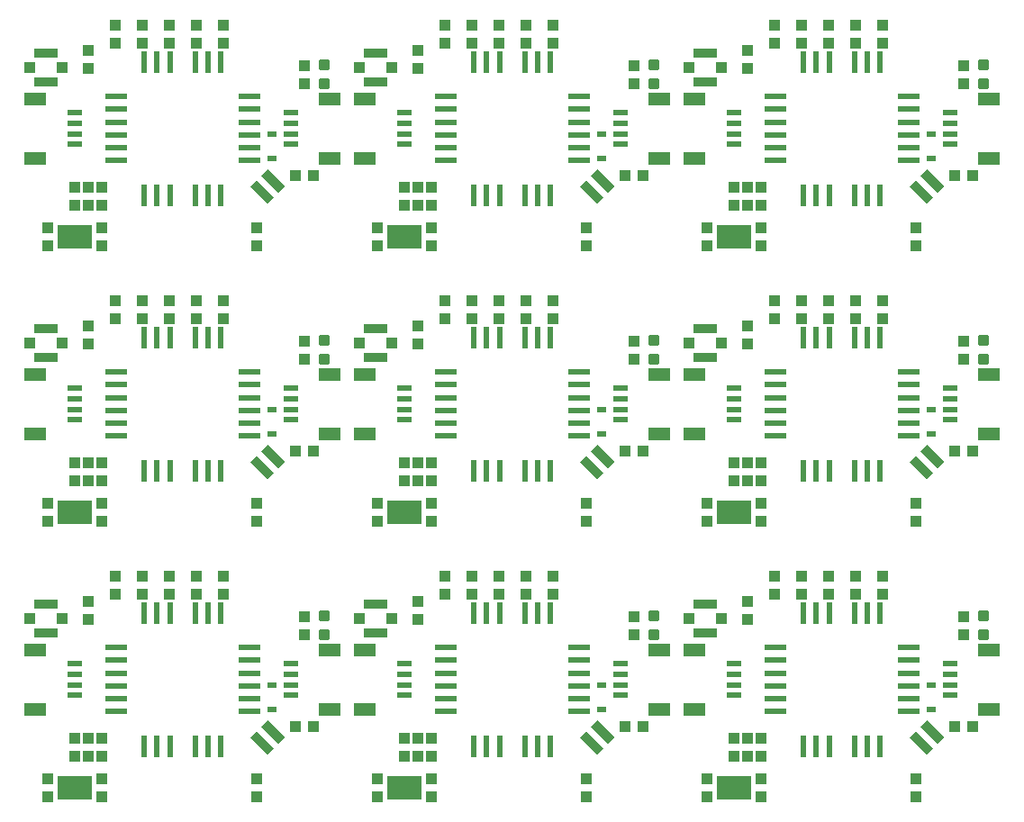
<source format=gtp>
G75*
%MOIN*%
%OFA0B0*%
%FSLAX25Y25*%
%IPPOS*%
%LPD*%
%AMOC8*
5,1,8,0,0,1.08239X$1,22.5*
%
%ADD10R,0.07874X0.04724*%
%ADD11R,0.05315X0.02362*%
%ADD12R,0.03937X0.04331*%
%ADD13R,0.08858X0.03346*%
%ADD14R,0.07874X0.02362*%
%ADD15R,0.02362X0.07874*%
%ADD16R,0.13000X0.08800*%
%ADD17C,0.01181*%
%ADD18R,0.03268X0.02480*%
%ADD19R,0.04331X0.03937*%
%ADD20R,0.08661X0.03346*%
%ADD21R,0.04134X0.03937*%
D10*
X0050031Y0100810D03*
X0050031Y0122857D03*
X0050031Y0202810D03*
X0050031Y0224857D03*
X0050031Y0304810D03*
X0050031Y0326857D03*
X0158969Y0326857D03*
X0172031Y0326857D03*
X0172031Y0304810D03*
X0158969Y0304810D03*
X0158969Y0224857D03*
X0172031Y0224857D03*
X0172031Y0202810D03*
X0158969Y0202810D03*
X0158969Y0122857D03*
X0172031Y0122857D03*
X0172031Y0100810D03*
X0158969Y0100810D03*
X0280969Y0100810D03*
X0294031Y0100810D03*
X0294031Y0122857D03*
X0280969Y0122857D03*
X0280969Y0202810D03*
X0294031Y0202810D03*
X0294031Y0224857D03*
X0280969Y0224857D03*
X0280969Y0304810D03*
X0294031Y0304810D03*
X0294031Y0326857D03*
X0280969Y0326857D03*
X0402969Y0326857D03*
X0402969Y0304810D03*
X0402969Y0224857D03*
X0402969Y0202810D03*
X0402969Y0122857D03*
X0402969Y0100810D03*
D11*
X0388500Y0105928D03*
X0388500Y0109865D03*
X0388500Y0113802D03*
X0388500Y0117739D03*
X0308500Y0117739D03*
X0308500Y0113802D03*
X0308500Y0109865D03*
X0308500Y0105928D03*
X0266500Y0105928D03*
X0266500Y0109865D03*
X0266500Y0113802D03*
X0266500Y0117739D03*
X0186500Y0117739D03*
X0186500Y0113802D03*
X0186500Y0109865D03*
X0186500Y0105928D03*
X0144500Y0105928D03*
X0144500Y0109865D03*
X0144500Y0113802D03*
X0144500Y0117739D03*
X0064500Y0117739D03*
X0064500Y0113802D03*
X0064500Y0109865D03*
X0064500Y0105928D03*
X0064500Y0207928D03*
X0064500Y0211865D03*
X0064500Y0215802D03*
X0064500Y0219739D03*
X0144500Y0219739D03*
X0144500Y0215802D03*
X0144500Y0211865D03*
X0144500Y0207928D03*
X0186500Y0207928D03*
X0186500Y0211865D03*
X0186500Y0215802D03*
X0186500Y0219739D03*
X0266500Y0219739D03*
X0266500Y0215802D03*
X0266500Y0211865D03*
X0266500Y0207928D03*
X0308500Y0207928D03*
X0308500Y0211865D03*
X0308500Y0215802D03*
X0308500Y0219739D03*
X0388500Y0219739D03*
X0388500Y0215802D03*
X0388500Y0211865D03*
X0388500Y0207928D03*
X0388500Y0309928D03*
X0388500Y0313865D03*
X0388500Y0317802D03*
X0388500Y0321739D03*
X0308500Y0321739D03*
X0308500Y0317802D03*
X0308500Y0313865D03*
X0308500Y0309928D03*
X0266500Y0309928D03*
X0266500Y0313865D03*
X0266500Y0317802D03*
X0266500Y0321739D03*
X0186500Y0321739D03*
X0186500Y0317802D03*
X0186500Y0313865D03*
X0186500Y0309928D03*
X0144500Y0309928D03*
X0144500Y0313865D03*
X0144500Y0317802D03*
X0144500Y0321739D03*
X0064500Y0321739D03*
X0064500Y0317802D03*
X0064500Y0313865D03*
X0064500Y0309928D03*
D12*
X0054500Y0068487D03*
X0054500Y0075180D03*
X0064500Y0083487D03*
X0069500Y0083487D03*
X0074500Y0083487D03*
X0074500Y0090180D03*
X0069500Y0090180D03*
X0064500Y0090180D03*
X0074500Y0075180D03*
X0074500Y0068487D03*
X0132000Y0068487D03*
X0132000Y0075180D03*
X0176500Y0075180D03*
X0176500Y0068487D03*
X0186500Y0083487D03*
X0191500Y0083487D03*
X0196500Y0083487D03*
X0196500Y0090180D03*
X0191500Y0090180D03*
X0186500Y0090180D03*
X0196500Y0075180D03*
X0196500Y0068487D03*
X0254000Y0068487D03*
X0254000Y0075180D03*
X0298500Y0075180D03*
X0298500Y0068487D03*
X0308500Y0083487D03*
X0313500Y0083487D03*
X0318500Y0083487D03*
X0318500Y0090180D03*
X0313500Y0090180D03*
X0308500Y0090180D03*
X0318500Y0075180D03*
X0318500Y0068487D03*
X0376000Y0068487D03*
X0376000Y0075180D03*
X0393500Y0128487D03*
X0393500Y0135180D03*
X0363500Y0143487D03*
X0363500Y0150180D03*
X0353500Y0150180D03*
X0353500Y0143487D03*
X0343500Y0143487D03*
X0343500Y0150180D03*
X0333500Y0150180D03*
X0333500Y0143487D03*
X0323500Y0143487D03*
X0323500Y0150180D03*
X0313500Y0140680D03*
X0313500Y0133987D03*
X0271500Y0135180D03*
X0271500Y0128487D03*
X0241500Y0143487D03*
X0241500Y0150180D03*
X0231500Y0150180D03*
X0231500Y0143487D03*
X0221500Y0143487D03*
X0221500Y0150180D03*
X0211500Y0150180D03*
X0211500Y0143487D03*
X0201500Y0143487D03*
X0201500Y0150180D03*
X0191500Y0140680D03*
X0191500Y0133987D03*
X0149500Y0135180D03*
X0149500Y0128487D03*
X0119500Y0143487D03*
X0119500Y0150180D03*
X0109500Y0150180D03*
X0109500Y0143487D03*
X0099500Y0143487D03*
X0099500Y0150180D03*
X0089500Y0150180D03*
X0089500Y0143487D03*
X0079500Y0143487D03*
X0079500Y0150180D03*
X0069500Y0140680D03*
X0069500Y0133987D03*
X0074500Y0170487D03*
X0074500Y0177180D03*
X0074500Y0185487D03*
X0069500Y0185487D03*
X0064500Y0185487D03*
X0064500Y0192180D03*
X0069500Y0192180D03*
X0074500Y0192180D03*
X0054500Y0177180D03*
X0054500Y0170487D03*
X0132000Y0170487D03*
X0132000Y0177180D03*
X0176500Y0177180D03*
X0176500Y0170487D03*
X0186500Y0185487D03*
X0191500Y0185487D03*
X0196500Y0185487D03*
X0196500Y0192180D03*
X0191500Y0192180D03*
X0186500Y0192180D03*
X0196500Y0177180D03*
X0196500Y0170487D03*
X0254000Y0170487D03*
X0254000Y0177180D03*
X0298500Y0177180D03*
X0298500Y0170487D03*
X0308500Y0185487D03*
X0313500Y0185487D03*
X0318500Y0185487D03*
X0318500Y0192180D03*
X0313500Y0192180D03*
X0308500Y0192180D03*
X0318500Y0177180D03*
X0318500Y0170487D03*
X0376000Y0170487D03*
X0376000Y0177180D03*
X0393500Y0230487D03*
X0393500Y0237180D03*
X0363500Y0245487D03*
X0363500Y0252180D03*
X0353500Y0252180D03*
X0353500Y0245487D03*
X0343500Y0245487D03*
X0343500Y0252180D03*
X0333500Y0252180D03*
X0333500Y0245487D03*
X0323500Y0245487D03*
X0323500Y0252180D03*
X0313500Y0242680D03*
X0313500Y0235987D03*
X0271500Y0237180D03*
X0271500Y0230487D03*
X0241500Y0245487D03*
X0241500Y0252180D03*
X0231500Y0252180D03*
X0231500Y0245487D03*
X0221500Y0245487D03*
X0221500Y0252180D03*
X0211500Y0252180D03*
X0211500Y0245487D03*
X0201500Y0245487D03*
X0201500Y0252180D03*
X0191500Y0242680D03*
X0191500Y0235987D03*
X0149500Y0237180D03*
X0149500Y0230487D03*
X0119500Y0245487D03*
X0119500Y0252180D03*
X0109500Y0252180D03*
X0109500Y0245487D03*
X0099500Y0245487D03*
X0099500Y0252180D03*
X0089500Y0252180D03*
X0089500Y0245487D03*
X0079500Y0245487D03*
X0079500Y0252180D03*
X0069500Y0242680D03*
X0069500Y0235987D03*
X0074500Y0272487D03*
X0074500Y0279180D03*
X0074500Y0287487D03*
X0069500Y0287487D03*
X0064500Y0287487D03*
X0064500Y0294180D03*
X0069500Y0294180D03*
X0074500Y0294180D03*
X0054500Y0279180D03*
X0054500Y0272487D03*
X0132000Y0272487D03*
X0132000Y0279180D03*
X0176500Y0279180D03*
X0176500Y0272487D03*
X0186500Y0287487D03*
X0191500Y0287487D03*
X0196500Y0287487D03*
X0196500Y0294180D03*
X0191500Y0294180D03*
X0186500Y0294180D03*
X0196500Y0279180D03*
X0196500Y0272487D03*
X0254000Y0272487D03*
X0254000Y0279180D03*
X0298500Y0279180D03*
X0298500Y0272487D03*
X0308500Y0287487D03*
X0313500Y0287487D03*
X0318500Y0287487D03*
X0318500Y0294180D03*
X0313500Y0294180D03*
X0308500Y0294180D03*
X0318500Y0279180D03*
X0318500Y0272487D03*
X0376000Y0272487D03*
X0376000Y0279180D03*
X0393500Y0332487D03*
X0393500Y0339180D03*
X0363500Y0347487D03*
X0363500Y0354180D03*
X0353500Y0354180D03*
X0353500Y0347487D03*
X0343500Y0347487D03*
X0343500Y0354180D03*
X0333500Y0354180D03*
X0333500Y0347487D03*
X0323500Y0347487D03*
X0323500Y0354180D03*
X0313500Y0344680D03*
X0313500Y0337987D03*
X0271500Y0339180D03*
X0271500Y0332487D03*
X0241500Y0347487D03*
X0241500Y0354180D03*
X0231500Y0354180D03*
X0231500Y0347487D03*
X0221500Y0347487D03*
X0221500Y0354180D03*
X0211500Y0354180D03*
X0211500Y0347487D03*
X0201500Y0347487D03*
X0201500Y0354180D03*
X0191500Y0344680D03*
X0191500Y0337987D03*
X0149500Y0339180D03*
X0149500Y0332487D03*
X0119500Y0347487D03*
X0119500Y0354180D03*
X0109500Y0354180D03*
X0109500Y0347487D03*
X0099500Y0347487D03*
X0099500Y0354180D03*
X0089500Y0354180D03*
X0089500Y0347487D03*
X0079500Y0347487D03*
X0079500Y0354180D03*
X0069500Y0344680D03*
X0069500Y0337987D03*
D13*
G36*
X0135803Y0287989D02*
X0129541Y0294251D01*
X0131907Y0296617D01*
X0138169Y0290355D01*
X0135803Y0287989D01*
G37*
G36*
X0139978Y0292165D02*
X0133716Y0298427D01*
X0136082Y0300793D01*
X0142344Y0294531D01*
X0139978Y0292165D01*
G37*
G36*
X0257803Y0287989D02*
X0251541Y0294251D01*
X0253907Y0296617D01*
X0260169Y0290355D01*
X0257803Y0287989D01*
G37*
G36*
X0261978Y0292165D02*
X0255716Y0298427D01*
X0258082Y0300793D01*
X0264344Y0294531D01*
X0261978Y0292165D01*
G37*
G36*
X0379803Y0287989D02*
X0373541Y0294251D01*
X0375907Y0296617D01*
X0382169Y0290355D01*
X0379803Y0287989D01*
G37*
G36*
X0383978Y0292165D02*
X0377716Y0298427D01*
X0380082Y0300793D01*
X0386344Y0294531D01*
X0383978Y0292165D01*
G37*
G36*
X0383978Y0190165D02*
X0377716Y0196427D01*
X0380082Y0198793D01*
X0386344Y0192531D01*
X0383978Y0190165D01*
G37*
G36*
X0379803Y0185989D02*
X0373541Y0192251D01*
X0375907Y0194617D01*
X0382169Y0188355D01*
X0379803Y0185989D01*
G37*
G36*
X0383978Y0088165D02*
X0377716Y0094427D01*
X0380082Y0096793D01*
X0386344Y0090531D01*
X0383978Y0088165D01*
G37*
G36*
X0379803Y0083989D02*
X0373541Y0090251D01*
X0375907Y0092617D01*
X0382169Y0086355D01*
X0379803Y0083989D01*
G37*
G36*
X0261978Y0088165D02*
X0255716Y0094427D01*
X0258082Y0096793D01*
X0264344Y0090531D01*
X0261978Y0088165D01*
G37*
G36*
X0257803Y0083989D02*
X0251541Y0090251D01*
X0253907Y0092617D01*
X0260169Y0086355D01*
X0257803Y0083989D01*
G37*
G36*
X0139978Y0088165D02*
X0133716Y0094427D01*
X0136082Y0096793D01*
X0142344Y0090531D01*
X0139978Y0088165D01*
G37*
G36*
X0135803Y0083989D02*
X0129541Y0090251D01*
X0131907Y0092617D01*
X0138169Y0086355D01*
X0135803Y0083989D01*
G37*
G36*
X0135803Y0185989D02*
X0129541Y0192251D01*
X0131907Y0194617D01*
X0138169Y0188355D01*
X0135803Y0185989D01*
G37*
G36*
X0139978Y0190165D02*
X0133716Y0196427D01*
X0136082Y0198793D01*
X0142344Y0192531D01*
X0139978Y0190165D01*
G37*
G36*
X0257803Y0185989D02*
X0251541Y0192251D01*
X0253907Y0194617D01*
X0260169Y0188355D01*
X0257803Y0185989D01*
G37*
G36*
X0261978Y0190165D02*
X0255716Y0196427D01*
X0258082Y0198793D01*
X0264344Y0192531D01*
X0261978Y0190165D01*
G37*
D14*
X0251106Y0202022D03*
X0251106Y0206747D03*
X0251106Y0211471D03*
X0251106Y0216196D03*
X0251106Y0220920D03*
X0251106Y0225644D03*
X0201894Y0225644D03*
X0201894Y0220920D03*
X0201894Y0216196D03*
X0201894Y0211471D03*
X0201894Y0206747D03*
X0201894Y0202022D03*
X0129106Y0202022D03*
X0129106Y0206747D03*
X0129106Y0211471D03*
X0129106Y0216196D03*
X0129106Y0220920D03*
X0129106Y0225644D03*
X0079894Y0225644D03*
X0079894Y0220920D03*
X0079894Y0216196D03*
X0079894Y0211471D03*
X0079894Y0206747D03*
X0079894Y0202022D03*
X0079894Y0123644D03*
X0079894Y0118920D03*
X0079894Y0114196D03*
X0079894Y0109471D03*
X0079894Y0104747D03*
X0079894Y0100022D03*
X0129106Y0100022D03*
X0129106Y0104747D03*
X0129106Y0109471D03*
X0129106Y0114196D03*
X0129106Y0118920D03*
X0129106Y0123644D03*
X0201894Y0123644D03*
X0201894Y0118920D03*
X0201894Y0114196D03*
X0201894Y0109471D03*
X0201894Y0104747D03*
X0201894Y0100022D03*
X0251106Y0100022D03*
X0251106Y0104747D03*
X0251106Y0109471D03*
X0251106Y0114196D03*
X0251106Y0118920D03*
X0251106Y0123644D03*
X0323894Y0123644D03*
X0323894Y0118920D03*
X0323894Y0114196D03*
X0323894Y0109471D03*
X0323894Y0104747D03*
X0323894Y0100022D03*
X0373106Y0100022D03*
X0373106Y0104747D03*
X0373106Y0109471D03*
X0373106Y0114196D03*
X0373106Y0118920D03*
X0373106Y0123644D03*
X0373106Y0202022D03*
X0373106Y0206747D03*
X0373106Y0211471D03*
X0373106Y0216196D03*
X0373106Y0220920D03*
X0373106Y0225644D03*
X0323894Y0225644D03*
X0323894Y0220920D03*
X0323894Y0216196D03*
X0323894Y0211471D03*
X0323894Y0206747D03*
X0323894Y0202022D03*
X0323894Y0304022D03*
X0323894Y0308747D03*
X0323894Y0313471D03*
X0323894Y0318196D03*
X0323894Y0322920D03*
X0323894Y0327644D03*
X0373106Y0327644D03*
X0373106Y0322920D03*
X0373106Y0318196D03*
X0373106Y0313471D03*
X0373106Y0308747D03*
X0373106Y0304022D03*
X0251106Y0304022D03*
X0251106Y0308747D03*
X0251106Y0313471D03*
X0251106Y0318196D03*
X0251106Y0322920D03*
X0251106Y0327644D03*
X0201894Y0327644D03*
X0201894Y0322920D03*
X0201894Y0318196D03*
X0201894Y0313471D03*
X0201894Y0308747D03*
X0201894Y0304022D03*
X0129106Y0304022D03*
X0129106Y0308747D03*
X0129106Y0313471D03*
X0129106Y0318196D03*
X0129106Y0322920D03*
X0129106Y0327644D03*
X0079894Y0327644D03*
X0079894Y0322920D03*
X0079894Y0318196D03*
X0079894Y0313471D03*
X0079894Y0308747D03*
X0079894Y0304022D03*
D15*
X0090327Y0291227D03*
X0095051Y0291227D03*
X0099776Y0291227D03*
X0109224Y0291227D03*
X0113949Y0291227D03*
X0118673Y0291227D03*
X0118673Y0340440D03*
X0113949Y0340440D03*
X0109224Y0340440D03*
X0099776Y0340440D03*
X0095051Y0340440D03*
X0090327Y0340440D03*
X0212327Y0340440D03*
X0217051Y0340440D03*
X0221776Y0340440D03*
X0231224Y0340440D03*
X0235949Y0340440D03*
X0240673Y0340440D03*
X0240673Y0291227D03*
X0235949Y0291227D03*
X0231224Y0291227D03*
X0221776Y0291227D03*
X0217051Y0291227D03*
X0212327Y0291227D03*
X0212327Y0238440D03*
X0217051Y0238440D03*
X0221776Y0238440D03*
X0231224Y0238440D03*
X0235949Y0238440D03*
X0240673Y0238440D03*
X0240673Y0189227D03*
X0235949Y0189227D03*
X0231224Y0189227D03*
X0221776Y0189227D03*
X0217051Y0189227D03*
X0212327Y0189227D03*
X0212327Y0136440D03*
X0217051Y0136440D03*
X0221776Y0136440D03*
X0231224Y0136440D03*
X0235949Y0136440D03*
X0240673Y0136440D03*
X0240673Y0087227D03*
X0235949Y0087227D03*
X0231224Y0087227D03*
X0221776Y0087227D03*
X0217051Y0087227D03*
X0212327Y0087227D03*
X0118673Y0087227D03*
X0113949Y0087227D03*
X0109224Y0087227D03*
X0099776Y0087227D03*
X0095051Y0087227D03*
X0090327Y0087227D03*
X0090327Y0136440D03*
X0095051Y0136440D03*
X0099776Y0136440D03*
X0109224Y0136440D03*
X0113949Y0136440D03*
X0118673Y0136440D03*
X0118673Y0189227D03*
X0113949Y0189227D03*
X0109224Y0189227D03*
X0099776Y0189227D03*
X0095051Y0189227D03*
X0090327Y0189227D03*
X0090327Y0238440D03*
X0095051Y0238440D03*
X0099776Y0238440D03*
X0109224Y0238440D03*
X0113949Y0238440D03*
X0118673Y0238440D03*
X0334327Y0238440D03*
X0339051Y0238440D03*
X0343776Y0238440D03*
X0353224Y0238440D03*
X0357949Y0238440D03*
X0362673Y0238440D03*
X0362673Y0189227D03*
X0357949Y0189227D03*
X0353224Y0189227D03*
X0343776Y0189227D03*
X0339051Y0189227D03*
X0334327Y0189227D03*
X0334327Y0136440D03*
X0339051Y0136440D03*
X0343776Y0136440D03*
X0353224Y0136440D03*
X0357949Y0136440D03*
X0362673Y0136440D03*
X0362673Y0087227D03*
X0357949Y0087227D03*
X0353224Y0087227D03*
X0343776Y0087227D03*
X0339051Y0087227D03*
X0334327Y0087227D03*
X0334327Y0291227D03*
X0339051Y0291227D03*
X0343776Y0291227D03*
X0353224Y0291227D03*
X0357949Y0291227D03*
X0362673Y0291227D03*
X0362673Y0340440D03*
X0357949Y0340440D03*
X0353224Y0340440D03*
X0343776Y0340440D03*
X0339051Y0340440D03*
X0334327Y0340440D03*
D16*
X0308500Y0275833D03*
X0186500Y0275833D03*
X0064500Y0275833D03*
X0064500Y0173833D03*
X0186500Y0173833D03*
X0308500Y0173833D03*
X0308500Y0071833D03*
X0186500Y0071833D03*
X0064500Y0071833D03*
D17*
X0155622Y0127003D02*
X0158378Y0127003D01*
X0155622Y0127003D02*
X0155622Y0129759D01*
X0158378Y0129759D01*
X0158378Y0127003D01*
X0158378Y0128183D02*
X0155622Y0128183D01*
X0155622Y0129363D02*
X0158378Y0129363D01*
X0158378Y0133908D02*
X0155622Y0133908D01*
X0155622Y0136664D01*
X0158378Y0136664D01*
X0158378Y0133908D01*
X0158378Y0135088D02*
X0155622Y0135088D01*
X0155622Y0136268D02*
X0158378Y0136268D01*
X0158378Y0229003D02*
X0155622Y0229003D01*
X0155622Y0231759D01*
X0158378Y0231759D01*
X0158378Y0229003D01*
X0158378Y0230183D02*
X0155622Y0230183D01*
X0155622Y0231363D02*
X0158378Y0231363D01*
X0158378Y0235908D02*
X0155622Y0235908D01*
X0155622Y0238664D01*
X0158378Y0238664D01*
X0158378Y0235908D01*
X0158378Y0237088D02*
X0155622Y0237088D01*
X0155622Y0238268D02*
X0158378Y0238268D01*
X0158378Y0331003D02*
X0155622Y0331003D01*
X0155622Y0333759D01*
X0158378Y0333759D01*
X0158378Y0331003D01*
X0158378Y0332183D02*
X0155622Y0332183D01*
X0155622Y0333363D02*
X0158378Y0333363D01*
X0158378Y0337908D02*
X0155622Y0337908D01*
X0155622Y0340664D01*
X0158378Y0340664D01*
X0158378Y0337908D01*
X0158378Y0339088D02*
X0155622Y0339088D01*
X0155622Y0340268D02*
X0158378Y0340268D01*
X0277622Y0337908D02*
X0280378Y0337908D01*
X0277622Y0337908D02*
X0277622Y0340664D01*
X0280378Y0340664D01*
X0280378Y0337908D01*
X0280378Y0339088D02*
X0277622Y0339088D01*
X0277622Y0340268D02*
X0280378Y0340268D01*
X0280378Y0331003D02*
X0277622Y0331003D01*
X0277622Y0333759D01*
X0280378Y0333759D01*
X0280378Y0331003D01*
X0280378Y0332183D02*
X0277622Y0332183D01*
X0277622Y0333363D02*
X0280378Y0333363D01*
X0280378Y0235908D02*
X0277622Y0235908D01*
X0277622Y0238664D01*
X0280378Y0238664D01*
X0280378Y0235908D01*
X0280378Y0237088D02*
X0277622Y0237088D01*
X0277622Y0238268D02*
X0280378Y0238268D01*
X0280378Y0229003D02*
X0277622Y0229003D01*
X0277622Y0231759D01*
X0280378Y0231759D01*
X0280378Y0229003D01*
X0280378Y0230183D02*
X0277622Y0230183D01*
X0277622Y0231363D02*
X0280378Y0231363D01*
X0280378Y0133908D02*
X0277622Y0133908D01*
X0277622Y0136664D01*
X0280378Y0136664D01*
X0280378Y0133908D01*
X0280378Y0135088D02*
X0277622Y0135088D01*
X0277622Y0136268D02*
X0280378Y0136268D01*
X0280378Y0127003D02*
X0277622Y0127003D01*
X0277622Y0129759D01*
X0280378Y0129759D01*
X0280378Y0127003D01*
X0280378Y0128183D02*
X0277622Y0128183D01*
X0277622Y0129363D02*
X0280378Y0129363D01*
X0399622Y0127003D02*
X0402378Y0127003D01*
X0399622Y0127003D02*
X0399622Y0129759D01*
X0402378Y0129759D01*
X0402378Y0127003D01*
X0402378Y0128183D02*
X0399622Y0128183D01*
X0399622Y0129363D02*
X0402378Y0129363D01*
X0402378Y0133908D02*
X0399622Y0133908D01*
X0399622Y0136664D01*
X0402378Y0136664D01*
X0402378Y0133908D01*
X0402378Y0135088D02*
X0399622Y0135088D01*
X0399622Y0136268D02*
X0402378Y0136268D01*
X0402378Y0229003D02*
X0399622Y0229003D01*
X0399622Y0231759D01*
X0402378Y0231759D01*
X0402378Y0229003D01*
X0402378Y0230183D02*
X0399622Y0230183D01*
X0399622Y0231363D02*
X0402378Y0231363D01*
X0402378Y0235908D02*
X0399622Y0235908D01*
X0399622Y0238664D01*
X0402378Y0238664D01*
X0402378Y0235908D01*
X0402378Y0237088D02*
X0399622Y0237088D01*
X0399622Y0238268D02*
X0402378Y0238268D01*
X0402378Y0331003D02*
X0399622Y0331003D01*
X0399622Y0333759D01*
X0402378Y0333759D01*
X0402378Y0331003D01*
X0402378Y0332183D02*
X0399622Y0332183D01*
X0399622Y0333363D02*
X0402378Y0333363D01*
X0402378Y0337908D02*
X0399622Y0337908D01*
X0399622Y0340664D01*
X0402378Y0340664D01*
X0402378Y0337908D01*
X0402378Y0339088D02*
X0399622Y0339088D01*
X0399622Y0340268D02*
X0402378Y0340268D01*
D18*
X0381500Y0313861D03*
X0381500Y0304806D03*
X0381500Y0211861D03*
X0381500Y0202806D03*
X0381500Y0109861D03*
X0381500Y0100806D03*
X0259500Y0100806D03*
X0259500Y0109861D03*
X0259500Y0202806D03*
X0259500Y0211861D03*
X0259500Y0304806D03*
X0259500Y0313861D03*
X0137500Y0313861D03*
X0137500Y0304806D03*
X0137500Y0211861D03*
X0137500Y0202806D03*
X0137500Y0109861D03*
X0137500Y0100806D03*
D19*
X0146154Y0094333D03*
X0152846Y0094333D03*
X0268154Y0094333D03*
X0274846Y0094333D03*
X0390154Y0094333D03*
X0396846Y0094333D03*
X0396846Y0196333D03*
X0390154Y0196333D03*
X0274846Y0196333D03*
X0268154Y0196333D03*
X0152846Y0196333D03*
X0146154Y0196333D03*
X0146154Y0298333D03*
X0152846Y0298333D03*
X0268154Y0298333D03*
X0274846Y0298333D03*
X0390154Y0298333D03*
X0396846Y0298333D03*
D20*
X0298000Y0332920D03*
X0298000Y0343747D03*
X0176000Y0343747D03*
X0176000Y0332920D03*
X0176000Y0241747D03*
X0176000Y0230920D03*
X0176000Y0139747D03*
X0176000Y0128920D03*
X0054000Y0128920D03*
X0054000Y0139747D03*
X0054000Y0230920D03*
X0054000Y0241747D03*
X0054000Y0332920D03*
X0054000Y0343747D03*
X0298000Y0241747D03*
X0298000Y0230920D03*
X0298000Y0139747D03*
X0298000Y0128920D03*
D21*
X0291996Y0134333D03*
X0304004Y0134333D03*
X0182004Y0134333D03*
X0169996Y0134333D03*
X0060004Y0134333D03*
X0047996Y0134333D03*
X0047996Y0236333D03*
X0060004Y0236333D03*
X0169996Y0236333D03*
X0182004Y0236333D03*
X0291996Y0236333D03*
X0304004Y0236333D03*
X0304004Y0338333D03*
X0291996Y0338333D03*
X0182004Y0338333D03*
X0169996Y0338333D03*
X0060004Y0338333D03*
X0047996Y0338333D03*
M02*

</source>
